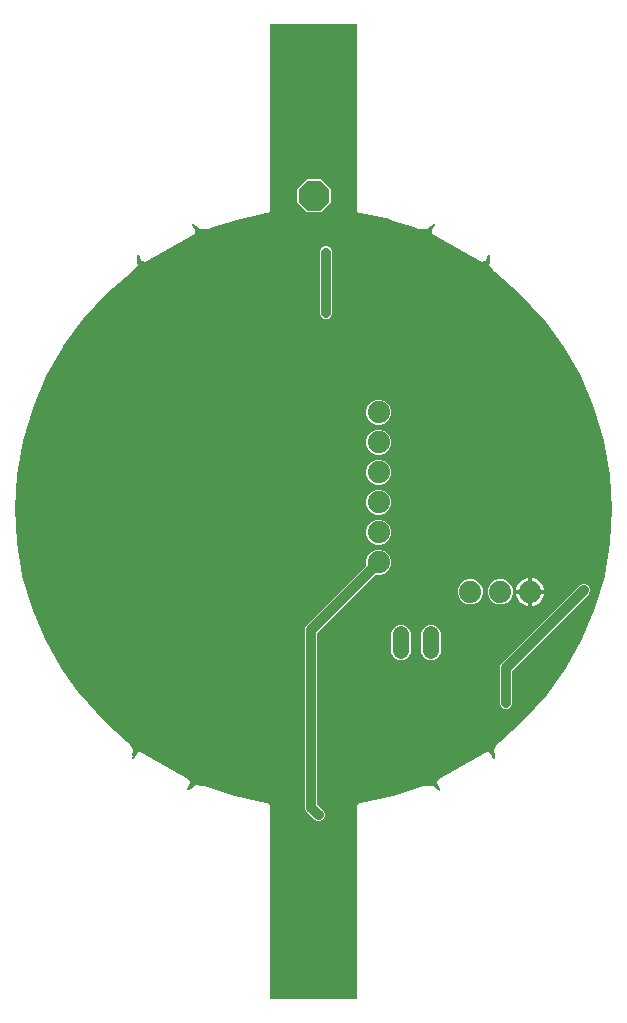
<source format=gbl>
G04 EAGLE Gerber RS-274X export*
G75*
%MOMM*%
%FSLAX34Y34*%
%LPD*%
%INBottom Copper*%
%IPPOS*%
%AMOC8*
5,1,8,0,0,1.08239X$1,22.5*%
G01*
%ADD10C,1.879600*%
%ADD11C,1.371600*%
%ADD12P,2.763017X8X112.500000*%
%ADD13C,0.525000*%
%ADD14C,0.812800*%

G36*
X292518Y3306D02*
X292518Y3306D01*
X292537Y3304D01*
X292639Y3326D01*
X292741Y3342D01*
X292758Y3352D01*
X292778Y3356D01*
X292867Y3409D01*
X292958Y3458D01*
X292972Y3472D01*
X292989Y3482D01*
X293056Y3561D01*
X293128Y3636D01*
X293136Y3654D01*
X293149Y3669D01*
X293188Y3765D01*
X293231Y3859D01*
X293233Y3879D01*
X293241Y3897D01*
X293259Y4064D01*
X293259Y165133D01*
X293257Y165146D01*
X293243Y165291D01*
X293047Y166210D01*
X293137Y166349D01*
X293141Y166360D01*
X293149Y166369D01*
X293191Y166473D01*
X293235Y166575D01*
X293236Y166586D01*
X293241Y166597D01*
X293259Y166763D01*
X293259Y166929D01*
X293924Y167593D01*
X293932Y167605D01*
X294024Y167718D01*
X294535Y168506D01*
X294697Y168540D01*
X294708Y168545D01*
X294720Y168546D01*
X294822Y168589D01*
X294926Y168630D01*
X294935Y168637D01*
X294946Y168642D01*
X295077Y168747D01*
X295194Y168864D01*
X296134Y168864D01*
X296147Y168866D01*
X296292Y168880D01*
X323010Y174576D01*
X323037Y174587D01*
X323091Y174598D01*
X348397Y183011D01*
X348496Y183062D01*
X348596Y183111D01*
X348607Y183121D01*
X348615Y183125D01*
X348634Y183144D01*
X348722Y183223D01*
X348922Y183444D01*
X349735Y183485D01*
X349754Y183489D01*
X349773Y183488D01*
X349937Y183523D01*
X350710Y183780D01*
X350977Y183646D01*
X351084Y183613D01*
X351189Y183576D01*
X351203Y183575D01*
X351212Y183573D01*
X351239Y183573D01*
X351356Y183566D01*
X354813Y183740D01*
X354844Y183747D01*
X354914Y183752D01*
X355992Y183953D01*
X356024Y183938D01*
X356056Y183913D01*
X356135Y183886D01*
X356210Y183850D01*
X356250Y183846D01*
X356288Y183832D01*
X356450Y183823D01*
X356451Y183823D01*
X357264Y183088D01*
X357291Y183070D01*
X357344Y183024D01*
X360289Y181005D01*
X360371Y180966D01*
X360450Y180921D01*
X360490Y180910D01*
X360512Y180900D01*
X360544Y180897D01*
X360612Y180879D01*
X361025Y180821D01*
X361446Y180260D01*
X361475Y180232D01*
X361497Y180199D01*
X361622Y180091D01*
X361623Y180090D01*
X361624Y180090D01*
X362261Y179653D01*
X362316Y179627D01*
X362366Y179593D01*
X362426Y179575D01*
X362484Y179548D01*
X362544Y179541D01*
X362602Y179525D01*
X362665Y179528D01*
X362728Y179520D01*
X362787Y179533D01*
X362848Y179536D01*
X362907Y179558D01*
X362968Y179572D01*
X363021Y179603D01*
X363077Y179624D01*
X363126Y179665D01*
X363180Y179697D01*
X363220Y179743D01*
X363266Y179782D01*
X363299Y179835D01*
X363341Y179883D01*
X363364Y179940D01*
X363395Y179991D01*
X363410Y180053D01*
X363433Y180111D01*
X363437Y180172D01*
X363451Y180231D01*
X363445Y180293D01*
X363449Y180357D01*
X363433Y180415D01*
X363427Y180475D01*
X363393Y180563D01*
X363385Y180594D01*
X363376Y180608D01*
X363367Y180632D01*
X361340Y184529D01*
X361332Y184539D01*
X361324Y184558D01*
X360650Y185726D01*
X360645Y185749D01*
X361053Y187041D01*
X361054Y187054D01*
X361062Y187073D01*
X361411Y188375D01*
X361424Y188396D01*
X362626Y189021D01*
X362636Y189029D01*
X362655Y189037D01*
X401433Y211426D01*
X401443Y211435D01*
X401461Y211444D01*
X402598Y212169D01*
X402621Y212175D01*
X403930Y211824D01*
X403943Y211823D01*
X403963Y211816D01*
X405279Y211525D01*
X405300Y211513D01*
X405977Y210340D01*
X405986Y210330D01*
X405995Y210311D01*
X408358Y206606D01*
X408398Y206561D01*
X408430Y206510D01*
X408479Y206470D01*
X408522Y206422D01*
X408574Y206393D01*
X408621Y206355D01*
X408680Y206332D01*
X408736Y206301D01*
X408795Y206290D01*
X408851Y206268D01*
X408915Y206266D01*
X408977Y206254D01*
X409037Y206262D01*
X409097Y206260D01*
X409158Y206278D01*
X409221Y206287D01*
X409275Y206313D01*
X409333Y206330D01*
X409385Y206367D01*
X409442Y206395D01*
X409484Y206438D01*
X409534Y206472D01*
X409571Y206524D01*
X409616Y206569D01*
X409643Y206622D01*
X409679Y206671D01*
X409698Y206732D01*
X409726Y206788D01*
X409735Y206848D01*
X409753Y206905D01*
X409756Y207000D01*
X409761Y207032D01*
X409758Y207048D01*
X409759Y207073D01*
X409700Y207840D01*
X409690Y207879D01*
X409690Y207919D01*
X409642Y208076D01*
X409642Y208079D01*
X409641Y208080D01*
X409367Y208723D01*
X409524Y209111D01*
X409543Y209200D01*
X409571Y209286D01*
X409572Y209328D01*
X409577Y209351D01*
X409574Y209383D01*
X409576Y209454D01*
X409303Y213027D01*
X409295Y213058D01*
X409288Y213128D01*
X409059Y214201D01*
X409073Y214233D01*
X409097Y214266D01*
X409122Y214345D01*
X409155Y214421D01*
X409159Y214461D01*
X409171Y214500D01*
X409177Y214662D01*
X409891Y215495D01*
X409908Y215522D01*
X409952Y215576D01*
X411831Y218474D01*
X411875Y218576D01*
X411923Y218678D01*
X411926Y218691D01*
X411929Y218700D01*
X411932Y218726D01*
X411952Y218843D01*
X411969Y219139D01*
X412580Y219681D01*
X412592Y219696D01*
X412607Y219706D01*
X412705Y219825D01*
X412710Y219831D01*
X412711Y219833D01*
X412714Y219836D01*
X413158Y220522D01*
X413448Y220583D01*
X413552Y220624D01*
X413657Y220662D01*
X413668Y220670D01*
X413677Y220673D01*
X413697Y220690D01*
X413794Y220759D01*
X434362Y239016D01*
X434381Y239038D01*
X434423Y239076D01*
X453400Y260158D01*
X453415Y260183D01*
X453453Y260225D01*
X469916Y283247D01*
X469929Y283273D01*
X469962Y283319D01*
X483741Y308053D01*
X483751Y308081D01*
X483778Y308131D01*
X494697Y334317D01*
X494703Y334345D01*
X494725Y334398D01*
X502571Y361539D01*
X502575Y361568D01*
X502590Y361623D01*
X507315Y389448D01*
X507315Y389477D01*
X507324Y389533D01*
X508904Y417842D01*
X508900Y417871D01*
X508903Y417929D01*
X507223Y446899D01*
X507217Y446928D01*
X507213Y446987D01*
X502213Y475465D01*
X502203Y475493D01*
X502192Y475551D01*
X493926Y503303D01*
X493913Y503330D01*
X493896Y503386D01*
X482459Y530084D01*
X482444Y530109D01*
X482421Y530162D01*
X468039Y555345D01*
X468021Y555368D01*
X467992Y555417D01*
X450849Y578823D01*
X450828Y578844D01*
X450795Y578890D01*
X431100Y600242D01*
X431077Y600260D01*
X431038Y600301D01*
X409734Y618712D01*
X409639Y618770D01*
X409545Y618832D01*
X409532Y618836D01*
X409524Y618841D01*
X409498Y618847D01*
X409385Y618883D01*
X409095Y618940D01*
X408641Y619620D01*
X408628Y619634D01*
X408620Y619650D01*
X408506Y619773D01*
X407887Y620308D01*
X407866Y620603D01*
X407840Y620711D01*
X407817Y620821D01*
X407811Y620833D01*
X407809Y620842D01*
X407795Y620864D01*
X407740Y620970D01*
X405817Y623850D01*
X405795Y623873D01*
X405755Y623931D01*
X405030Y624754D01*
X405026Y624788D01*
X405031Y624829D01*
X405014Y624910D01*
X405006Y624993D01*
X404989Y625030D01*
X404981Y625070D01*
X404906Y625213D01*
X405121Y626289D01*
X405122Y626321D01*
X405134Y626390D01*
X405360Y629960D01*
X405351Y630050D01*
X405350Y630141D01*
X405338Y630181D01*
X405336Y630204D01*
X405322Y630234D01*
X405302Y630302D01*
X405141Y630687D01*
X405407Y631334D01*
X405416Y631374D01*
X405433Y631410D01*
X405462Y631572D01*
X405462Y631574D01*
X405462Y631575D01*
X405510Y632341D01*
X405505Y632401D01*
X405509Y632462D01*
X405492Y632523D01*
X405486Y632586D01*
X405461Y632641D01*
X405446Y632699D01*
X405411Y632753D01*
X405385Y632810D01*
X405344Y632855D01*
X405311Y632905D01*
X405261Y632944D01*
X405218Y632991D01*
X405165Y633019D01*
X405117Y633057D01*
X405057Y633078D01*
X405002Y633108D01*
X404942Y633118D01*
X404885Y633139D01*
X404822Y633140D01*
X404759Y633151D01*
X404700Y633141D01*
X404639Y633142D01*
X404579Y633123D01*
X404516Y633114D01*
X404463Y633086D01*
X404405Y633068D01*
X404354Y633030D01*
X404298Y633001D01*
X404255Y632958D01*
X404207Y632922D01*
X404149Y632848D01*
X404126Y632825D01*
X404119Y632810D01*
X404103Y632790D01*
X401790Y629050D01*
X401785Y629038D01*
X401773Y629021D01*
X401115Y627845D01*
X401097Y627828D01*
X399779Y627518D01*
X399766Y627513D01*
X399746Y627509D01*
X398449Y627143D01*
X398424Y627143D01*
X397273Y627856D01*
X397261Y627861D01*
X397244Y627873D01*
X358164Y649730D01*
X358152Y649734D01*
X358135Y649745D01*
X356930Y650351D01*
X356913Y650368D01*
X356544Y651671D01*
X356539Y651683D01*
X356534Y651703D01*
X356111Y652983D01*
X356110Y653008D01*
X356772Y654190D01*
X356776Y654203D01*
X356788Y654220D01*
X358759Y658142D01*
X358777Y658199D01*
X358805Y658253D01*
X358814Y658316D01*
X358833Y658376D01*
X358831Y658437D01*
X358840Y658497D01*
X358829Y658559D01*
X358827Y658622D01*
X358807Y658679D01*
X358796Y658739D01*
X358766Y658794D01*
X358744Y658854D01*
X358707Y658901D01*
X358677Y658954D01*
X358631Y658997D01*
X358591Y659046D01*
X358541Y659079D01*
X358496Y659120D01*
X358438Y659146D01*
X358385Y659180D01*
X358326Y659196D01*
X358271Y659220D01*
X358208Y659226D01*
X358147Y659242D01*
X358086Y659237D01*
X358026Y659243D01*
X357965Y659228D01*
X357902Y659224D01*
X357846Y659200D01*
X357787Y659186D01*
X357705Y659141D01*
X357675Y659129D01*
X357663Y659118D01*
X357640Y659105D01*
X357006Y658658D01*
X356978Y658630D01*
X356944Y658609D01*
X356832Y658487D01*
X356831Y658486D01*
X356831Y658485D01*
X356830Y658485D01*
X356418Y657919D01*
X356006Y657855D01*
X355919Y657826D01*
X355831Y657806D01*
X355794Y657785D01*
X355772Y657778D01*
X355746Y657759D01*
X355684Y657724D01*
X352762Y655661D01*
X352739Y655639D01*
X352683Y655597D01*
X351880Y654851D01*
X351844Y654846D01*
X351804Y654850D01*
X351723Y654831D01*
X351641Y654821D01*
X351604Y654803D01*
X351565Y654794D01*
X351423Y654715D01*
X351422Y654715D01*
X350342Y654901D01*
X350310Y654901D01*
X350241Y654911D01*
X346785Y655038D01*
X346676Y655024D01*
X346566Y655014D01*
X346551Y655008D01*
X346541Y655007D01*
X346516Y654995D01*
X346409Y654954D01*
X346137Y654814D01*
X345368Y655061D01*
X345348Y655064D01*
X345329Y655072D01*
X345163Y655097D01*
X344356Y655126D01*
X344148Y655350D01*
X344061Y655418D01*
X343976Y655488D01*
X343962Y655495D01*
X343954Y655501D01*
X343927Y655510D01*
X343823Y655557D01*
X320737Y662966D01*
X320710Y662970D01*
X320661Y662986D01*
X296295Y668123D01*
X296280Y668124D01*
X296138Y668139D01*
X295194Y668139D01*
X295080Y668253D01*
X295070Y668260D01*
X295063Y668270D01*
X294971Y668332D01*
X294881Y668396D01*
X294869Y668400D01*
X294859Y668407D01*
X294699Y668459D01*
X294542Y668492D01*
X294026Y669284D01*
X294016Y669295D01*
X293927Y669406D01*
X293259Y670074D01*
X293259Y670234D01*
X293257Y670247D01*
X293259Y670259D01*
X293237Y670368D01*
X293220Y670477D01*
X293214Y670488D01*
X293211Y670500D01*
X293136Y670650D01*
X293048Y670785D01*
X293243Y671709D01*
X293244Y671724D01*
X293259Y671866D01*
X293259Y827381D01*
X293256Y827401D01*
X293258Y827420D01*
X293236Y827522D01*
X293220Y827624D01*
X293210Y827641D01*
X293206Y827661D01*
X293153Y827750D01*
X293104Y827841D01*
X293090Y827855D01*
X293080Y827872D01*
X293001Y827939D01*
X292926Y828011D01*
X292908Y828019D01*
X292893Y828032D01*
X292797Y828071D01*
X292703Y828114D01*
X292683Y828116D01*
X292665Y828124D01*
X292498Y828142D01*
X219717Y828142D01*
X219697Y828139D01*
X219678Y828141D01*
X219576Y828119D01*
X219474Y828103D01*
X219457Y828093D01*
X219437Y828089D01*
X219348Y828036D01*
X219257Y827987D01*
X219243Y827973D01*
X219226Y827963D01*
X219159Y827884D01*
X219087Y827809D01*
X219079Y827791D01*
X219066Y827776D01*
X219027Y827680D01*
X218984Y827586D01*
X218982Y827566D01*
X218974Y827548D01*
X218956Y827381D01*
X218956Y671809D01*
X218958Y671794D01*
X218972Y671651D01*
X219168Y670729D01*
X219079Y670593D01*
X219074Y670582D01*
X219066Y670573D01*
X219024Y670469D01*
X218980Y670368D01*
X218979Y670356D01*
X218974Y670345D01*
X218956Y670178D01*
X218956Y670015D01*
X218290Y669349D01*
X218281Y669337D01*
X218190Y669225D01*
X217676Y668436D01*
X217517Y668402D01*
X217505Y668397D01*
X217493Y668397D01*
X217392Y668353D01*
X217287Y668313D01*
X217278Y668305D01*
X217267Y668300D01*
X217136Y668195D01*
X217021Y668080D01*
X216079Y668080D01*
X216064Y668078D01*
X215921Y668064D01*
X191566Y662903D01*
X191541Y662893D01*
X191491Y662883D01*
X168402Y655490D01*
X168304Y655440D01*
X168205Y655393D01*
X168192Y655383D01*
X168183Y655378D01*
X168163Y655357D01*
X168077Y655284D01*
X167867Y655058D01*
X167062Y655031D01*
X167042Y655026D01*
X167021Y655028D01*
X166856Y654995D01*
X166090Y654749D01*
X165816Y654891D01*
X165712Y654925D01*
X165608Y654962D01*
X165592Y654963D01*
X165582Y654967D01*
X165553Y654966D01*
X165441Y654975D01*
X161972Y654856D01*
X161940Y654849D01*
X161870Y654845D01*
X160790Y654661D01*
X160758Y654677D01*
X160726Y654702D01*
X160648Y654731D01*
X160574Y654767D01*
X160533Y654772D01*
X160495Y654786D01*
X160333Y654799D01*
X159532Y655547D01*
X159505Y655564D01*
X159453Y655611D01*
X156539Y657678D01*
X156457Y657718D01*
X156380Y657764D01*
X156340Y657775D01*
X156318Y657786D01*
X156286Y657790D01*
X156218Y657809D01*
X155806Y657874D01*
X155394Y658441D01*
X155380Y658456D01*
X155372Y658469D01*
X155359Y658479D01*
X155344Y658503D01*
X155221Y658613D01*
X155220Y658614D01*
X155219Y658614D01*
X154590Y659060D01*
X154536Y659087D01*
X154487Y659122D01*
X154426Y659140D01*
X154369Y659168D01*
X154309Y659176D01*
X154251Y659194D01*
X154188Y659192D01*
X154125Y659200D01*
X154066Y659188D01*
X154005Y659187D01*
X153946Y659165D01*
X153884Y659153D01*
X153832Y659123D01*
X153775Y659102D01*
X153725Y659062D01*
X153671Y659031D01*
X153630Y658985D01*
X153583Y658947D01*
X153549Y658894D01*
X153507Y658847D01*
X153483Y658791D01*
X153451Y658740D01*
X153435Y658679D01*
X153411Y658621D01*
X153406Y658560D01*
X153391Y658501D01*
X153396Y658438D01*
X153391Y658375D01*
X153406Y658317D01*
X153411Y658256D01*
X153443Y658168D01*
X153451Y658137D01*
X153460Y658123D01*
X153469Y658099D01*
X155433Y654171D01*
X155441Y654160D01*
X155449Y654141D01*
X156104Y652963D01*
X156109Y652940D01*
X155681Y651655D01*
X155679Y651642D01*
X155671Y651623D01*
X155301Y650326D01*
X155288Y650306D01*
X154076Y649700D01*
X154066Y649692D01*
X154047Y649684D01*
X114917Y627914D01*
X114907Y627906D01*
X114888Y627897D01*
X113740Y627191D01*
X113717Y627185D01*
X112414Y627556D01*
X112401Y627558D01*
X112381Y627565D01*
X111070Y627877D01*
X111049Y627889D01*
X110390Y629073D01*
X110382Y629084D01*
X110373Y629102D01*
X108070Y632844D01*
X108031Y632889D01*
X107999Y632941D01*
X107951Y632982D01*
X107909Y633030D01*
X107857Y633060D01*
X107811Y633099D01*
X107752Y633122D01*
X107697Y633155D01*
X107638Y633167D01*
X107582Y633189D01*
X107519Y633192D01*
X107456Y633205D01*
X107397Y633198D01*
X107337Y633201D01*
X107275Y633184D01*
X107212Y633177D01*
X107158Y633151D01*
X107100Y633135D01*
X107047Y633099D01*
X106990Y633072D01*
X106946Y633030D01*
X106897Y632996D01*
X106858Y632945D01*
X106813Y632901D01*
X106785Y632848D01*
X106748Y632800D01*
X106728Y632740D01*
X106699Y632683D01*
X106689Y632624D01*
X106670Y632567D01*
X106666Y632472D01*
X106661Y632440D01*
X106663Y632425D01*
X106662Y632399D01*
X106708Y631633D01*
X106717Y631594D01*
X106717Y631553D01*
X106762Y631396D01*
X106763Y631393D01*
X106763Y631392D01*
X107027Y630745D01*
X106864Y630359D01*
X106843Y630271D01*
X106814Y630185D01*
X106812Y630143D01*
X106807Y630120D01*
X106810Y630088D01*
X106806Y630017D01*
X107022Y626439D01*
X107029Y626408D01*
X107035Y626338D01*
X107247Y625261D01*
X107233Y625230D01*
X107208Y625197D01*
X107182Y625119D01*
X107147Y625043D01*
X107143Y625003D01*
X107130Y624964D01*
X107122Y624802D01*
X106395Y623982D01*
X106377Y623954D01*
X106332Y623901D01*
X104408Y621035D01*
X104361Y620933D01*
X104311Y620832D01*
X104309Y620819D01*
X104305Y620811D01*
X104303Y620785D01*
X104281Y620667D01*
X104259Y620374D01*
X103638Y619840D01*
X103626Y619826D01*
X103611Y619815D01*
X103503Y619687D01*
X103046Y619007D01*
X102758Y618951D01*
X102653Y618911D01*
X102547Y618875D01*
X102536Y618868D01*
X102528Y618865D01*
X102507Y618848D01*
X102408Y618780D01*
X81052Y600390D01*
X81033Y600367D01*
X80990Y600330D01*
X61266Y578983D01*
X61249Y578959D01*
X61211Y578917D01*
X44073Y555515D01*
X44059Y555489D01*
X44025Y555442D01*
X29662Y530242D01*
X29652Y530215D01*
X29623Y530164D01*
X18219Y503432D01*
X18212Y503403D01*
X18189Y503349D01*
X9968Y475585D01*
X9964Y475555D01*
X9947Y475499D01*
X4985Y447010D01*
X4985Y446980D01*
X4975Y446923D01*
X3312Y417929D01*
X3316Y417900D01*
X3312Y417843D01*
X4889Y389520D01*
X4895Y389492D01*
X4898Y389436D01*
X9619Y361582D01*
X9628Y361554D01*
X9638Y361498D01*
X17489Y334316D01*
X17501Y334290D01*
X17517Y334234D01*
X28438Y308038D01*
X28453Y308013D01*
X28475Y307960D01*
X42261Y283226D01*
X42279Y283203D01*
X42307Y283153D01*
X58804Y260116D01*
X58824Y260096D01*
X58858Y260049D01*
X77871Y238977D01*
X77894Y238959D01*
X77932Y238917D01*
X98511Y220706D01*
X98605Y220647D01*
X98698Y220584D01*
X98711Y220580D01*
X98719Y220575D01*
X98744Y220569D01*
X98857Y220532D01*
X99148Y220470D01*
X99592Y219786D01*
X99605Y219772D01*
X99613Y219755D01*
X99726Y219631D01*
X100337Y219090D01*
X100355Y218793D01*
X100380Y218684D01*
X100402Y218575D01*
X100408Y218562D01*
X100410Y218554D01*
X100424Y218531D01*
X100477Y218425D01*
X102364Y215522D01*
X102385Y215499D01*
X102425Y215441D01*
X103140Y214609D01*
X103143Y214574D01*
X103138Y214534D01*
X103154Y214453D01*
X103161Y214370D01*
X103177Y214332D01*
X103185Y214292D01*
X103258Y214148D01*
X103030Y213075D01*
X103029Y213043D01*
X103016Y212974D01*
X102747Y209410D01*
X102755Y209319D01*
X102755Y209229D01*
X102766Y209188D01*
X102768Y209165D01*
X102781Y209135D01*
X102800Y209067D01*
X102957Y208681D01*
X102683Y208036D01*
X102674Y207997D01*
X102656Y207961D01*
X102626Y207798D01*
X102625Y207797D01*
X102625Y207796D01*
X102567Y207028D01*
X102572Y206968D01*
X102568Y206908D01*
X102583Y206846D01*
X102589Y206783D01*
X102613Y206728D01*
X102627Y206669D01*
X102662Y206615D01*
X102687Y206558D01*
X102727Y206513D01*
X102760Y206462D01*
X102810Y206422D01*
X102852Y206375D01*
X102905Y206346D01*
X102952Y206308D01*
X103011Y206286D01*
X103067Y206255D01*
X103126Y206244D01*
X103183Y206223D01*
X103246Y206221D01*
X103308Y206210D01*
X103368Y206218D01*
X103429Y206216D01*
X103489Y206235D01*
X103552Y206244D01*
X103606Y206271D01*
X103664Y206288D01*
X103715Y206325D01*
X103772Y206354D01*
X103815Y206397D01*
X103864Y206432D01*
X103923Y206505D01*
X103946Y206528D01*
X103953Y206542D01*
X103969Y206563D01*
X106326Y210273D01*
X106331Y210285D01*
X106343Y210302D01*
X107016Y211471D01*
X107033Y211487D01*
X108356Y211782D01*
X108368Y211787D01*
X108388Y211790D01*
X109690Y212141D01*
X109714Y212140D01*
X110858Y211413D01*
X110870Y211408D01*
X110887Y211396D01*
X149702Y189070D01*
X149714Y189066D01*
X149731Y189054D01*
X150928Y188434D01*
X150945Y188418D01*
X151298Y187109D01*
X151303Y187097D01*
X151307Y187077D01*
X151715Y185792D01*
X151715Y185769D01*
X151039Y184594D01*
X151035Y184581D01*
X151023Y184564D01*
X149003Y180665D01*
X148985Y180608D01*
X148957Y180554D01*
X148947Y180492D01*
X148927Y180431D01*
X148928Y180371D01*
X148918Y180312D01*
X148929Y180249D01*
X148929Y180186D01*
X148949Y180129D01*
X148959Y180069D01*
X148989Y180013D01*
X149010Y179953D01*
X149047Y179905D01*
X149075Y179852D01*
X149121Y179809D01*
X149160Y179758D01*
X149210Y179725D01*
X149254Y179684D01*
X149312Y179657D01*
X149365Y179622D01*
X149423Y179606D01*
X149478Y179581D01*
X149541Y179574D01*
X149602Y179558D01*
X149662Y179561D01*
X149722Y179555D01*
X149784Y179569D01*
X149848Y179573D01*
X149904Y179595D01*
X149962Y179608D01*
X150045Y179653D01*
X150076Y179665D01*
X150088Y179676D01*
X150110Y179688D01*
X150744Y180123D01*
X150773Y180151D01*
X150808Y180172D01*
X150920Y180292D01*
X150922Y180293D01*
X150922Y180294D01*
X151342Y180854D01*
X151755Y180913D01*
X151842Y180940D01*
X151930Y180960D01*
X151967Y180980D01*
X151990Y180987D01*
X152016Y181006D01*
X152078Y181039D01*
X155030Y183067D01*
X155054Y183089D01*
X155084Y183111D01*
X155087Y183113D01*
X155088Y183114D01*
X155110Y183130D01*
X155923Y183866D01*
X155958Y183870D01*
X155999Y183866D01*
X156080Y183884D01*
X156162Y183893D01*
X156199Y183911D01*
X156239Y183919D01*
X156382Y183996D01*
X157460Y183796D01*
X157492Y183795D01*
X157561Y183784D01*
X161012Y183613D01*
X161123Y183625D01*
X161234Y183634D01*
X161247Y183639D01*
X161257Y183640D01*
X161281Y183652D01*
X161391Y183693D01*
X161658Y183827D01*
X162431Y183570D01*
X162450Y183567D01*
X162468Y183559D01*
X162633Y183532D01*
X163446Y183492D01*
X163647Y183270D01*
X163734Y183201D01*
X163819Y183129D01*
X163832Y183123D01*
X163839Y183117D01*
X163865Y183108D01*
X163971Y183059D01*
X189202Y174680D01*
X189230Y174676D01*
X189282Y174659D01*
X215924Y168940D01*
X215936Y168939D01*
X216084Y168923D01*
X217021Y168923D01*
X217140Y168803D01*
X217149Y168797D01*
X217156Y168788D01*
X217249Y168725D01*
X217340Y168660D01*
X217351Y168657D01*
X217360Y168650D01*
X217519Y168597D01*
X217684Y168562D01*
X218192Y167775D01*
X218201Y167766D01*
X218293Y167650D01*
X218956Y166988D01*
X218956Y166819D01*
X218958Y166809D01*
X218956Y166798D01*
X218977Y166687D01*
X218995Y166577D01*
X219001Y166567D01*
X219003Y166556D01*
X219078Y166406D01*
X219169Y166264D01*
X218973Y165348D01*
X218972Y165336D01*
X218956Y165189D01*
X218956Y4064D01*
X218959Y4044D01*
X218957Y4025D01*
X218979Y3923D01*
X218995Y3821D01*
X219005Y3804D01*
X219009Y3784D01*
X219062Y3695D01*
X219111Y3604D01*
X219125Y3590D01*
X219135Y3573D01*
X219214Y3506D01*
X219289Y3434D01*
X219307Y3426D01*
X219322Y3413D01*
X219418Y3374D01*
X219512Y3331D01*
X219532Y3329D01*
X219550Y3321D01*
X219717Y3303D01*
X292498Y3303D01*
X292518Y3306D01*
G37*
%LPC*%
G36*
X259289Y153415D02*
X259289Y153415D01*
X257328Y154227D01*
X249477Y162078D01*
X248665Y164039D01*
X248665Y316461D01*
X249477Y318422D01*
X251085Y320030D01*
X300565Y369510D01*
X300633Y369604D01*
X300703Y369698D01*
X300705Y369704D01*
X300709Y369709D01*
X300743Y369820D01*
X300779Y369932D01*
X300779Y369938D01*
X300781Y369944D01*
X300778Y370061D01*
X300777Y370178D01*
X300775Y370185D01*
X300775Y370190D01*
X300768Y370208D01*
X300730Y370339D01*
X300631Y370578D01*
X300631Y374822D01*
X302255Y378743D01*
X305257Y381745D01*
X309178Y383369D01*
X313422Y383369D01*
X317343Y381745D01*
X320345Y378743D01*
X321969Y374822D01*
X321969Y370578D01*
X320345Y366657D01*
X317343Y363655D01*
X313422Y362031D01*
X309178Y362031D01*
X308939Y362130D01*
X308826Y362157D01*
X308712Y362185D01*
X308706Y362185D01*
X308700Y362186D01*
X308583Y362175D01*
X308467Y362166D01*
X308461Y362164D01*
X308455Y362163D01*
X308347Y362115D01*
X308241Y362070D01*
X308235Y362065D01*
X308230Y362063D01*
X308216Y362051D01*
X308110Y361965D01*
X259558Y313413D01*
X259505Y313339D01*
X259445Y313270D01*
X259433Y313240D01*
X259414Y313214D01*
X259387Y313127D01*
X259353Y313042D01*
X259349Y313001D01*
X259342Y312978D01*
X259343Y312946D01*
X259335Y312875D01*
X259335Y167625D01*
X259349Y167535D01*
X259357Y167444D01*
X259369Y167414D01*
X259374Y167382D01*
X259417Y167302D01*
X259453Y167218D01*
X259479Y167186D01*
X259490Y167165D01*
X259513Y167143D01*
X259558Y167087D01*
X264873Y161772D01*
X265685Y159811D01*
X265685Y157689D01*
X264873Y155728D01*
X263372Y154227D01*
X261411Y153415D01*
X259289Y153415D01*
G37*
%LPD*%
%LPC*%
G36*
X418039Y248665D02*
X418039Y248665D01*
X416078Y249477D01*
X414577Y250978D01*
X413765Y252939D01*
X413765Y284271D01*
X414577Y286232D01*
X482118Y353773D01*
X484079Y354585D01*
X486201Y354585D01*
X488162Y353773D01*
X489663Y352272D01*
X490475Y350311D01*
X490475Y348189D01*
X489663Y346228D01*
X424658Y281223D01*
X424605Y281149D01*
X424545Y281080D01*
X424533Y281050D01*
X424514Y281023D01*
X424487Y280937D01*
X424453Y280852D01*
X424449Y280811D01*
X424442Y280788D01*
X424443Y280756D01*
X424435Y280685D01*
X424435Y252939D01*
X423623Y250978D01*
X422122Y249477D01*
X420161Y248665D01*
X418039Y248665D01*
G37*
%LPD*%
%LPC*%
G36*
X250727Y669226D02*
X250727Y669226D01*
X242506Y677447D01*
X242506Y689073D01*
X250727Y697294D01*
X262353Y697294D01*
X270574Y689073D01*
X270574Y677447D01*
X262353Y669226D01*
X250727Y669226D01*
G37*
%LPD*%
%LPC*%
G36*
X265639Y578865D02*
X265639Y578865D01*
X263678Y579677D01*
X262177Y581178D01*
X261365Y583139D01*
X261365Y636061D01*
X262177Y638022D01*
X263678Y639523D01*
X265639Y640335D01*
X267761Y640335D01*
X269722Y639523D01*
X271223Y638022D01*
X272035Y636061D01*
X272035Y583139D01*
X271223Y581178D01*
X269722Y579677D01*
X267761Y578865D01*
X265639Y578865D01*
G37*
%LPD*%
%LPC*%
G36*
X353983Y289813D02*
X353983Y289813D01*
X350995Y291051D01*
X348709Y293337D01*
X347471Y296325D01*
X347471Y313275D01*
X348709Y316263D01*
X350995Y318549D01*
X353983Y319787D01*
X357217Y319787D01*
X360205Y318549D01*
X362491Y316263D01*
X363729Y313275D01*
X363729Y296325D01*
X362491Y293337D01*
X360205Y291051D01*
X357217Y289813D01*
X353983Y289813D01*
G37*
%LPD*%
%LPC*%
G36*
X328583Y289813D02*
X328583Y289813D01*
X325595Y291051D01*
X323309Y293337D01*
X322071Y296325D01*
X322071Y313275D01*
X323309Y316263D01*
X325595Y318549D01*
X328583Y319787D01*
X331817Y319787D01*
X334805Y318549D01*
X337091Y316263D01*
X338329Y313275D01*
X338329Y296325D01*
X337091Y293337D01*
X334805Y291051D01*
X331817Y289813D01*
X328583Y289813D01*
G37*
%LPD*%
%LPC*%
G36*
X309178Y489031D02*
X309178Y489031D01*
X305257Y490655D01*
X302255Y493657D01*
X300631Y497578D01*
X300631Y501822D01*
X302255Y505743D01*
X305257Y508745D01*
X309178Y510369D01*
X313422Y510369D01*
X317343Y508745D01*
X320345Y505743D01*
X321969Y501822D01*
X321969Y497578D01*
X320345Y493657D01*
X317343Y490655D01*
X313422Y489031D01*
X309178Y489031D01*
G37*
%LPD*%
%LPC*%
G36*
X309178Y463631D02*
X309178Y463631D01*
X305257Y465255D01*
X302255Y468257D01*
X300631Y472178D01*
X300631Y476422D01*
X302255Y480343D01*
X305257Y483345D01*
X309178Y484969D01*
X313422Y484969D01*
X317343Y483345D01*
X320345Y480343D01*
X321969Y476422D01*
X321969Y472178D01*
X320345Y468257D01*
X317343Y465255D01*
X313422Y463631D01*
X309178Y463631D01*
G37*
%LPD*%
%LPC*%
G36*
X309178Y438231D02*
X309178Y438231D01*
X305257Y439855D01*
X302255Y442857D01*
X300631Y446778D01*
X300631Y451022D01*
X302255Y454943D01*
X305257Y457945D01*
X309178Y459569D01*
X313422Y459569D01*
X317343Y457945D01*
X320345Y454943D01*
X321969Y451022D01*
X321969Y446778D01*
X320345Y442857D01*
X317343Y439855D01*
X313422Y438231D01*
X309178Y438231D01*
G37*
%LPD*%
%LPC*%
G36*
X309178Y412831D02*
X309178Y412831D01*
X305257Y414455D01*
X302255Y417457D01*
X300631Y421378D01*
X300631Y425622D01*
X302255Y429543D01*
X305257Y432545D01*
X309178Y434169D01*
X313422Y434169D01*
X317343Y432545D01*
X320345Y429543D01*
X321969Y425622D01*
X321969Y421378D01*
X320345Y417457D01*
X317343Y414455D01*
X313422Y412831D01*
X309178Y412831D01*
G37*
%LPD*%
%LPC*%
G36*
X309178Y387431D02*
X309178Y387431D01*
X305257Y389055D01*
X302255Y392057D01*
X300631Y395978D01*
X300631Y400222D01*
X302255Y404143D01*
X305257Y407145D01*
X309178Y408769D01*
X313422Y408769D01*
X317343Y407145D01*
X320345Y404143D01*
X321969Y400222D01*
X321969Y395978D01*
X320345Y392057D01*
X317343Y389055D01*
X313422Y387431D01*
X309178Y387431D01*
G37*
%LPD*%
%LPC*%
G36*
X412078Y337031D02*
X412078Y337031D01*
X408157Y338655D01*
X405155Y341657D01*
X403531Y345578D01*
X403531Y349822D01*
X405155Y353743D01*
X408157Y356745D01*
X412078Y358369D01*
X416322Y358369D01*
X420243Y356745D01*
X423245Y353743D01*
X424869Y349822D01*
X424869Y345578D01*
X423245Y341657D01*
X420243Y338655D01*
X416322Y337031D01*
X412078Y337031D01*
G37*
%LPD*%
%LPC*%
G36*
X386678Y337031D02*
X386678Y337031D01*
X382757Y338655D01*
X379755Y341657D01*
X378131Y345578D01*
X378131Y349822D01*
X379755Y353743D01*
X382757Y356745D01*
X386678Y358369D01*
X390922Y358369D01*
X394843Y356745D01*
X397845Y353743D01*
X399469Y349822D01*
X399469Y345578D01*
X397845Y341657D01*
X394843Y338655D01*
X390922Y337031D01*
X386678Y337031D01*
G37*
%LPD*%
%LPC*%
G36*
X441123Y349223D02*
X441123Y349223D01*
X441123Y359546D01*
X442396Y359345D01*
X444183Y358764D01*
X445857Y357911D01*
X447378Y356806D01*
X448706Y355478D01*
X449811Y353957D01*
X450664Y352283D01*
X451245Y350496D01*
X451446Y349223D01*
X441123Y349223D01*
G37*
%LPD*%
%LPC*%
G36*
X427754Y349223D02*
X427754Y349223D01*
X427955Y350496D01*
X428536Y352283D01*
X429389Y353957D01*
X430494Y355478D01*
X431822Y356806D01*
X433343Y357911D01*
X435017Y358764D01*
X436804Y359345D01*
X438077Y359546D01*
X438077Y349223D01*
X427754Y349223D01*
G37*
%LPD*%
%LPC*%
G36*
X441123Y346177D02*
X441123Y346177D01*
X451446Y346177D01*
X451245Y344904D01*
X450664Y343117D01*
X449811Y341443D01*
X448706Y339922D01*
X447378Y338594D01*
X445857Y337489D01*
X444183Y336636D01*
X442396Y336055D01*
X441123Y335854D01*
X441123Y346177D01*
G37*
%LPD*%
%LPC*%
G36*
X436804Y336055D02*
X436804Y336055D01*
X435017Y336636D01*
X433343Y337489D01*
X431822Y338594D01*
X430494Y339922D01*
X429389Y341443D01*
X428536Y343117D01*
X427955Y344904D01*
X427754Y346177D01*
X438077Y346177D01*
X438077Y335854D01*
X436804Y336055D01*
G37*
%LPD*%
%LPC*%
G36*
X439599Y347699D02*
X439599Y347699D01*
X439599Y347701D01*
X439601Y347701D01*
X439601Y347699D01*
X439599Y347699D01*
G37*
%LPD*%
D10*
X388800Y347700D03*
X414200Y347700D03*
X439600Y347700D03*
X311300Y372700D03*
X311300Y398100D03*
X311300Y423500D03*
X311300Y448900D03*
X311300Y474300D03*
X311300Y499700D03*
D11*
X330200Y311658D02*
X330200Y297942D01*
X355600Y297942D02*
X355600Y311658D01*
D12*
X256540Y683260D03*
D13*
X279400Y38100D03*
X273050Y243840D03*
X147320Y278130D03*
X85090Y356870D03*
X19685Y443865D03*
D14*
X20320Y444500D01*
D13*
X69850Y532130D03*
X330200Y584200D03*
X165100Y571500D03*
X419100Y508000D03*
X436880Y438150D03*
D14*
X438150Y438150D01*
D13*
X273050Y365760D03*
X424180Y240030D03*
X279400Y698500D03*
X260350Y158750D03*
D14*
X254000Y165100D02*
X254000Y315400D01*
X254000Y165100D02*
X260350Y158750D01*
X254000Y315400D02*
X311300Y372700D01*
D13*
X266700Y584200D03*
D14*
X266700Y635000D01*
D13*
X266700Y635000D03*
X485140Y349250D03*
D14*
X419100Y283210D01*
X419100Y254000D01*
D13*
X419100Y254000D03*
M02*

</source>
